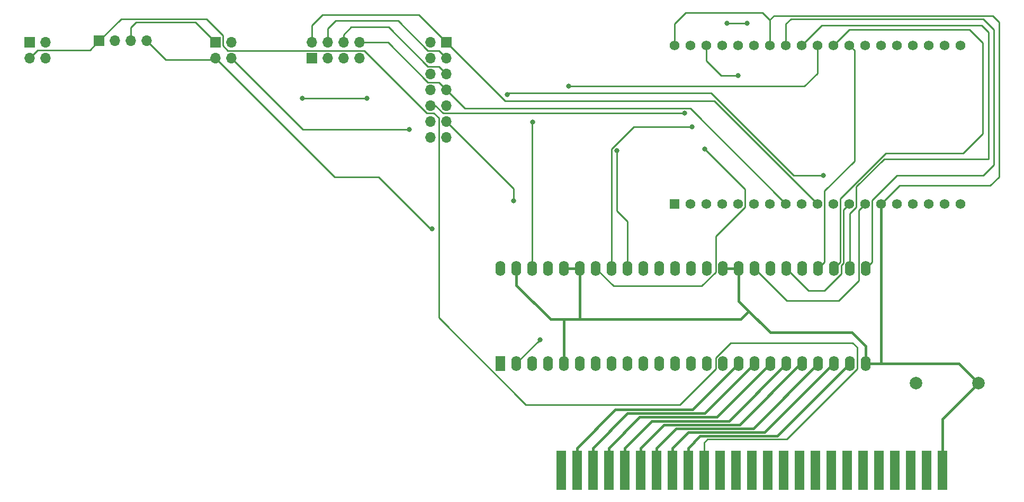
<source format=gbr>
G04 #@! TF.GenerationSoftware,KiCad,Pcbnew,5.1.10-88a1d61d58~88~ubuntu18.04.1*
G04 #@! TF.CreationDate,2021-08-07T15:14:50-07:00*
G04 #@! TF.ProjectId,apple2idiot_new,6170706c-6532-4696-9469-6f745f6e6577,1.1*
G04 #@! TF.SameCoordinates,Original*
G04 #@! TF.FileFunction,Copper,L2,Bot*
G04 #@! TF.FilePolarity,Positive*
%FSLAX46Y46*%
G04 Gerber Fmt 4.6, Leading zero omitted, Abs format (unit mm)*
G04 Created by KiCad (PCBNEW 5.1.10-88a1d61d58~88~ubuntu18.04.1) date 2021-08-07 15:14:50*
%MOMM*%
%LPD*%
G01*
G04 APERTURE LIST*
G04 #@! TA.AperFunction,ComponentPad*
%ADD10C,1.560000*%
G04 #@! TD*
G04 #@! TA.AperFunction,ComponentPad*
%ADD11R,1.560000X1.560000*%
G04 #@! TD*
G04 #@! TA.AperFunction,ComponentPad*
%ADD12O,1.600000X2.400000*%
G04 #@! TD*
G04 #@! TA.AperFunction,ComponentPad*
%ADD13R,1.600000X2.400000*%
G04 #@! TD*
G04 #@! TA.AperFunction,ComponentPad*
%ADD14O,1.700000X1.700000*%
G04 #@! TD*
G04 #@! TA.AperFunction,ComponentPad*
%ADD15R,1.700000X1.700000*%
G04 #@! TD*
G04 #@! TA.AperFunction,SMDPad,CuDef*
%ADD16R,1.524000X6.350000*%
G04 #@! TD*
G04 #@! TA.AperFunction,ComponentPad*
%ADD17C,2.000000*%
G04 #@! TD*
G04 #@! TA.AperFunction,ViaPad*
%ADD18C,0.800000*%
G04 #@! TD*
G04 #@! TA.AperFunction,Conductor*
%ADD19C,0.400000*%
G04 #@! TD*
G04 #@! TA.AperFunction,Conductor*
%ADD20C,0.250000*%
G04 #@! TD*
G04 #@! TA.AperFunction,Conductor*
%ADD21C,0.249936*%
G04 #@! TD*
G04 APERTURE END LIST*
D10*
X234160000Y-60400000D03*
X231620000Y-60400000D03*
X229080000Y-60400000D03*
X226540000Y-60400000D03*
X224000000Y-60400000D03*
X221460000Y-60400000D03*
X218920000Y-60400000D03*
X216380000Y-60400000D03*
X213840000Y-60400000D03*
X211300000Y-60400000D03*
X208760000Y-60400000D03*
X206220000Y-60400000D03*
X203680000Y-60400000D03*
X201140000Y-60400000D03*
X198600000Y-60400000D03*
X196060000Y-60400000D03*
X193520000Y-60400000D03*
X190980000Y-60400000D03*
X188440000Y-60400000D03*
X231620000Y-85800000D03*
X229080000Y-85800000D03*
X226540000Y-85800000D03*
X224000000Y-85800000D03*
X221460000Y-85800000D03*
X218920000Y-85800000D03*
X216380000Y-85800000D03*
X213840000Y-85800000D03*
X211300000Y-85800000D03*
X208760000Y-85800000D03*
X206220000Y-85800000D03*
X203680000Y-85800000D03*
X201140000Y-85800000D03*
X198600000Y-85800000D03*
X196060000Y-85800000D03*
X193520000Y-85800000D03*
X234160000Y-85800000D03*
X190980000Y-85800000D03*
D11*
X188440000Y-85800000D03*
D12*
X160600000Y-96160000D03*
X219020000Y-111400000D03*
X163140000Y-96160000D03*
X216480000Y-111400000D03*
X165680000Y-96160000D03*
X213940000Y-111400000D03*
X168220000Y-96160000D03*
X211400000Y-111400000D03*
X170760000Y-96160000D03*
X208860000Y-111400000D03*
X173300000Y-96160000D03*
X206320000Y-111400000D03*
X175840000Y-96160000D03*
X203780000Y-111400000D03*
X178380000Y-96160000D03*
X201240000Y-111400000D03*
X180920000Y-96160000D03*
X198700000Y-111400000D03*
X183460000Y-96160000D03*
X196160000Y-111400000D03*
X186000000Y-96160000D03*
X193620000Y-111400000D03*
X188540000Y-96160000D03*
X191080000Y-111400000D03*
X191080000Y-96160000D03*
X188540000Y-111400000D03*
X193620000Y-96160000D03*
X186000000Y-111400000D03*
X196160000Y-96160000D03*
X183460000Y-111400000D03*
X198700000Y-96160000D03*
X180920000Y-111400000D03*
X201240000Y-96160000D03*
X178380000Y-111400000D03*
X203780000Y-96160000D03*
X175840000Y-111400000D03*
X206320000Y-96160000D03*
X173300000Y-111400000D03*
X208860000Y-96160000D03*
X170760000Y-111400000D03*
X211400000Y-96160000D03*
X168220000Y-111400000D03*
X213940000Y-96160000D03*
X165680000Y-111400000D03*
X216480000Y-96160000D03*
X163140000Y-111400000D03*
X219020000Y-96160000D03*
D13*
X160600000Y-111400000D03*
D14*
X149360000Y-75140000D03*
X151900000Y-75140000D03*
X149360000Y-72600000D03*
X151900000Y-72600000D03*
X149360000Y-70060000D03*
X151900000Y-70060000D03*
X149360000Y-67520000D03*
X151900000Y-67520000D03*
X149360000Y-64980000D03*
X151900000Y-64980000D03*
X149360000Y-62440000D03*
X151900000Y-62440000D03*
X149360000Y-59900000D03*
D15*
X151900000Y-59900000D03*
D14*
X138020000Y-59960000D03*
X138020000Y-62500000D03*
X135480000Y-59960000D03*
X135480000Y-62500000D03*
X132940000Y-59960000D03*
X132940000Y-62500000D03*
X130400000Y-59960000D03*
D15*
X130400000Y-62500000D03*
D14*
X117540000Y-62440000D03*
X115000000Y-62440000D03*
X117540000Y-59900000D03*
D15*
X115000000Y-59900000D03*
D14*
X104020000Y-59700000D03*
X101480000Y-59700000D03*
X98940000Y-59700000D03*
D15*
X96400000Y-59700000D03*
D14*
X87840000Y-62440000D03*
X85300000Y-62440000D03*
X87840000Y-59900000D03*
D15*
X85300000Y-59900000D03*
D16*
X231230000Y-128500000D03*
X228690000Y-128500000D03*
X226150000Y-128500000D03*
X223610000Y-128500000D03*
X221070000Y-128500000D03*
X218530000Y-128500000D03*
X215990000Y-128500000D03*
X213450000Y-128500000D03*
X210910000Y-128500000D03*
X208370000Y-128500000D03*
X205830000Y-128500000D03*
X203290000Y-128500000D03*
X200750000Y-128500000D03*
X198210000Y-128500000D03*
X195670000Y-128500000D03*
X193130000Y-128500000D03*
X190590000Y-128500000D03*
X188050000Y-128500000D03*
X185510000Y-128500000D03*
X182970000Y-128500000D03*
X180430000Y-128500000D03*
X177890000Y-128500000D03*
X175350000Y-128500000D03*
X172810000Y-128500000D03*
X170270000Y-128500000D03*
D17*
X237000000Y-114500000D03*
X227000000Y-114500000D03*
D18*
X149600000Y-89800000D03*
X165700000Y-72700000D03*
X171500000Y-67000000D03*
X193200000Y-77000000D03*
X191200000Y-73500000D03*
X198600000Y-65300000D03*
X179200000Y-77300000D03*
X166900000Y-107600000D03*
X146000000Y-73900000D03*
X162700000Y-85300000D03*
X139215001Y-68884999D03*
X128884999Y-68884999D03*
X212200000Y-81300000D03*
X161700000Y-68300000D03*
X190000000Y-71300000D03*
X196800000Y-56900000D03*
X200000000Y-56900000D03*
D19*
X198700000Y-111400000D02*
X191300000Y-118800000D01*
X172810000Y-124925000D02*
X172810000Y-128500000D01*
X178935000Y-118800000D02*
X172810000Y-124925000D01*
X191300000Y-118800000D02*
X178935000Y-118800000D01*
X180874990Y-119400010D02*
X175350000Y-124925000D01*
X193239990Y-119400010D02*
X180874990Y-119400010D01*
X175350000Y-124925000D02*
X175350000Y-128500000D01*
X201240000Y-111400000D02*
X193239990Y-119400010D01*
X177890000Y-124925000D02*
X177890000Y-128500000D01*
X195179980Y-120000020D02*
X182814980Y-120000020D01*
X182814980Y-120000020D02*
X177890000Y-124925000D01*
X203780000Y-111400000D02*
X195179980Y-120000020D01*
X184754970Y-120600030D02*
X180430000Y-124925000D01*
X180430000Y-124925000D02*
X180430000Y-128500000D01*
X197119970Y-120600030D02*
X184754970Y-120600030D01*
X206320000Y-111400000D02*
X197119970Y-120600030D01*
X208860000Y-111400000D02*
X208600000Y-111400000D01*
X208600000Y-111400000D02*
X198799960Y-121200040D01*
X182970000Y-124925000D02*
X182970000Y-128500000D01*
X186694960Y-121200040D02*
X182970000Y-124925000D01*
X198799960Y-121200040D02*
X186694960Y-121200040D01*
X185510000Y-124925000D02*
X185510000Y-128500000D01*
X188634950Y-121800050D02*
X185510000Y-124925000D01*
X200999950Y-121800050D02*
X188634950Y-121800050D01*
X211400000Y-111400000D02*
X200999950Y-121800050D01*
X213940000Y-111400000D02*
X213800000Y-111400000D01*
X213800000Y-111400000D02*
X202799940Y-122400060D01*
X188050000Y-124925000D02*
X188050000Y-128500000D01*
X190574940Y-122400060D02*
X188050000Y-124925000D01*
X202799940Y-122400060D02*
X190574940Y-122400060D01*
X216480000Y-111400000D02*
X216400000Y-111400000D01*
X216400000Y-111400000D02*
X204799930Y-123000070D01*
X192514930Y-123000070D02*
X190590000Y-124925000D01*
X190590000Y-124925000D02*
X190590000Y-128500000D01*
X204799930Y-123000070D02*
X192514930Y-123000070D01*
X233900000Y-111400000D02*
X237000000Y-114500000D01*
X198700000Y-96160000D02*
X198700000Y-101400000D01*
X203700000Y-106400000D02*
X216800000Y-106400000D01*
X219020000Y-108620000D02*
X219020000Y-111400000D01*
X216800000Y-106400000D02*
X219020000Y-108620000D01*
X221460000Y-85800000D02*
X221460000Y-111360000D01*
X221460000Y-111360000D02*
X221500000Y-111400000D01*
X219020000Y-111400000D02*
X221500000Y-111400000D01*
X221500000Y-111400000D02*
X233900000Y-111400000D01*
X196160000Y-96160000D02*
X198700000Y-96160000D01*
X163140000Y-96160000D02*
X163140000Y-98840000D01*
X163140000Y-98840000D02*
X168600000Y-104300000D01*
X201600000Y-104300000D02*
X203700000Y-106400000D01*
X170760000Y-111400000D02*
X170760000Y-104460000D01*
X168600000Y-104300000D02*
X170600000Y-104300000D01*
X170760000Y-104460000D02*
X170600000Y-104300000D01*
X170760000Y-96160000D02*
X173300000Y-96160000D01*
X173300000Y-96160000D02*
X173300000Y-104200000D01*
X173300000Y-104200000D02*
X173400000Y-104300000D01*
X170600000Y-104300000D02*
X173400000Y-104300000D01*
X231230000Y-120270000D02*
X231230000Y-128500000D01*
X237000000Y-114500000D02*
X231230000Y-120270000D01*
D20*
X188440000Y-60400000D02*
X188440000Y-56960000D01*
X188440000Y-56960000D02*
X190200000Y-55200000D01*
X190200000Y-55200000D02*
X202500000Y-55200000D01*
X203680000Y-56380000D02*
X203680000Y-60400000D01*
X202500000Y-55200000D02*
X203680000Y-56380000D01*
X203680000Y-56380000D02*
X203680000Y-56320000D01*
X203680000Y-56320000D02*
X204300000Y-55700000D01*
X204300000Y-55700000D02*
X239300000Y-55700000D01*
X239300000Y-55700000D02*
X240300000Y-56700000D01*
X240300000Y-56700000D02*
X240300000Y-81500000D01*
X240300000Y-81500000D02*
X238900000Y-82900000D01*
X224360000Y-82900000D02*
X221460000Y-85800000D01*
X238900000Y-82900000D02*
X224360000Y-82900000D01*
D19*
X199000000Y-104300000D02*
X200300000Y-103000000D01*
X195400000Y-104300000D02*
X199000000Y-104300000D01*
X200300000Y-103000000D02*
X203700000Y-106400000D01*
X198700000Y-101400000D02*
X200300000Y-103000000D01*
X173400000Y-104300000D02*
X195400000Y-104300000D01*
D21*
X104020000Y-59700000D02*
X107020000Y-62700000D01*
D19*
X114740000Y-62700000D02*
X115000000Y-62440000D01*
D21*
X107020000Y-62700000D02*
X114740000Y-62700000D01*
D20*
X115000000Y-62440000D02*
X134060000Y-81500000D01*
X134060000Y-81500000D02*
X141100000Y-81500000D01*
X141100000Y-81500000D02*
X149400000Y-89800000D01*
X149400000Y-89800000D02*
X149600000Y-89800000D01*
X165680000Y-96160000D02*
X165680000Y-72720000D01*
X165680000Y-72720000D02*
X165700000Y-72700000D01*
X171500000Y-67000000D02*
X209200000Y-67000000D01*
X211300000Y-64900000D02*
X211300000Y-60400000D01*
X209200000Y-67000000D02*
X211300000Y-64900000D01*
X175840000Y-96160000D02*
X178680000Y-99000000D01*
X199705001Y-86330401D02*
X199705001Y-83505001D01*
X195034990Y-91000412D02*
X199705001Y-86330401D01*
X195034990Y-96736014D02*
X195034990Y-91000412D01*
X178680000Y-99000000D02*
X192771004Y-99000000D01*
X192771004Y-99000000D02*
X195034990Y-96736014D01*
X199705001Y-83505001D02*
X193200000Y-77000000D01*
X178380000Y-77046998D02*
X181926998Y-73500000D01*
X178380000Y-96160000D02*
X178380000Y-77046998D01*
X181926998Y-73500000D02*
X191200000Y-73500000D01*
X198600000Y-65300000D02*
X195900000Y-65300000D01*
X193520000Y-62920000D02*
X193520000Y-60400000D01*
X195900000Y-65300000D02*
X193520000Y-62920000D01*
X179200000Y-77300000D02*
X179200000Y-86900000D01*
X180920000Y-88620000D02*
X180920000Y-96160000D01*
X179200000Y-86900000D02*
X180920000Y-88620000D01*
X217894990Y-86825010D02*
X217894990Y-98105010D01*
X218920000Y-85800000D02*
X217894990Y-86825010D01*
X217894990Y-98105010D02*
X214700000Y-101300000D01*
X206380000Y-101300000D02*
X201240000Y-96160000D01*
X214700000Y-101300000D02*
X206380000Y-101300000D01*
X215065010Y-95671400D02*
X215065010Y-97025994D01*
X215065010Y-97025994D02*
X212391004Y-99700000D01*
X215395010Y-95341400D02*
X215065010Y-95671400D01*
X216380000Y-85800000D02*
X215395010Y-86784990D01*
X215395010Y-86784990D02*
X215395010Y-95341400D01*
X209860000Y-99700000D02*
X206320000Y-96160000D01*
X212391004Y-99700000D02*
X209860000Y-99700000D01*
X212405001Y-95154999D02*
X211400000Y-96160000D01*
X212405001Y-83694999D02*
X212405001Y-95154999D01*
X217159999Y-78940001D02*
X212405001Y-83694999D01*
X217159999Y-61179999D02*
X217159999Y-78940001D01*
X216380000Y-60400000D02*
X217159999Y-61179999D01*
X213840000Y-60400000D02*
X216340000Y-57900000D01*
X216340000Y-57900000D02*
X235600000Y-57900000D01*
X235600000Y-57900000D02*
X237700000Y-60000000D01*
X237700000Y-60000000D02*
X237700000Y-74600000D01*
X237700000Y-74600000D02*
X234600000Y-77700000D01*
X214945001Y-95154999D02*
X213940000Y-96160000D01*
X214945001Y-84963187D02*
X214945001Y-95154999D01*
X222208188Y-77700000D02*
X214945001Y-84963187D01*
X234600000Y-77700000D02*
X222208188Y-77700000D01*
X208760000Y-60400000D02*
X211960000Y-57200000D01*
X237500000Y-57200000D02*
X238600000Y-58300000D01*
X211960000Y-57200000D02*
X237500000Y-57200000D01*
X238600000Y-58300000D02*
X238600000Y-78600000D01*
X216480000Y-87335402D02*
X216480000Y-96160000D01*
X217485001Y-86330401D02*
X216480000Y-87335402D01*
X217485001Y-83059597D02*
X217485001Y-86330401D01*
X221944598Y-78600000D02*
X217485001Y-83059597D01*
X238600000Y-78600000D02*
X221944598Y-78600000D01*
X224000000Y-81300000D02*
X220025001Y-85274999D01*
X237800000Y-81300000D02*
X224000000Y-81300000D01*
X220025001Y-85274999D02*
X220025001Y-95154999D01*
X206220000Y-56980000D02*
X207000000Y-56200000D01*
X206220000Y-60400000D02*
X206220000Y-56980000D01*
X207000000Y-56200000D02*
X237800000Y-56200000D01*
X239500000Y-57900000D02*
X239500000Y-79600000D01*
X237800000Y-56200000D02*
X239500000Y-57900000D01*
X220025001Y-95154999D02*
X219020000Y-96160000D01*
X239500000Y-79600000D02*
X237800000Y-81300000D01*
D21*
X94910001Y-61189999D02*
X96400000Y-59700000D01*
X86550001Y-61189999D02*
X94910001Y-61189999D01*
X85300000Y-62440000D02*
X86550001Y-61189999D01*
D20*
X113559993Y-56174991D02*
X99925009Y-56174991D01*
X116175001Y-58789999D02*
X113559993Y-56174991D01*
X164647200Y-118000000D02*
X150724999Y-104077799D01*
X206345924Y-123525080D02*
X217605010Y-112265994D01*
X193130000Y-128500000D02*
X193130000Y-124070000D01*
X116175001Y-60464001D02*
X116175001Y-58789999D01*
X149924001Y-71235001D02*
X148795999Y-71235001D01*
X138825997Y-61264999D02*
X116975999Y-61264999D01*
X216900000Y-108100000D02*
X197400000Y-108100000D01*
X193674920Y-123525080D02*
X206345924Y-123525080D01*
X150724999Y-72035999D02*
X149924001Y-71235001D01*
X116975999Y-61264999D02*
X116175001Y-60464001D01*
X197400000Y-108100000D02*
X195034990Y-110465010D01*
X217605010Y-112265994D02*
X217605010Y-108805010D01*
X195034990Y-110465010D02*
X195034990Y-112265994D01*
X195034990Y-112265994D02*
X189300984Y-118000000D01*
X189300984Y-118000000D02*
X164647200Y-118000000D01*
X150724999Y-104077799D02*
X150724999Y-72035999D01*
X99925009Y-56174991D02*
X96400000Y-59700000D01*
X217605010Y-108805010D02*
X216900000Y-108100000D01*
X193130000Y-124070000D02*
X193674920Y-123525080D01*
X148795999Y-71235001D02*
X138825997Y-61264999D01*
X163140000Y-111400000D02*
X163140000Y-111360000D01*
X163140000Y-111360000D02*
X166900000Y-107600000D01*
D21*
X101480000Y-59700000D02*
X101480000Y-57520000D01*
X101480000Y-57520000D02*
X102300000Y-56700000D01*
X111800000Y-56700000D02*
X115000000Y-59900000D01*
X102300000Y-56700000D02*
X111800000Y-56700000D01*
D20*
X117540000Y-62440000D02*
X126200000Y-71100000D01*
X126200000Y-71100000D02*
X127200000Y-72100000D01*
X127200000Y-72100000D02*
X129000000Y-73900000D01*
X129000000Y-73900000D02*
X146000000Y-73900000D01*
X151900000Y-72600000D02*
X162700000Y-83400000D01*
X162700000Y-83400000D02*
X162700000Y-85300000D01*
X139215001Y-68884999D02*
X128884999Y-68884999D01*
X206220000Y-85800000D02*
X190920000Y-70500000D01*
X154880000Y-70500000D02*
X151900000Y-67520000D01*
X190920000Y-70500000D02*
X154880000Y-70500000D01*
X150724999Y-66344999D02*
X151900000Y-67520000D01*
X142600998Y-59960000D02*
X148985997Y-66344999D01*
X148985997Y-66344999D02*
X150724999Y-66344999D01*
X138020000Y-59960000D02*
X142600998Y-59960000D01*
X135480000Y-59960000D02*
X135480000Y-58720000D01*
X135480000Y-58720000D02*
X136700000Y-57500000D01*
X150724999Y-63804999D02*
X151900000Y-64980000D01*
X148985997Y-63804999D02*
X150724999Y-63804999D01*
X142680998Y-57500000D02*
X148985997Y-63804999D01*
X136700000Y-57500000D02*
X142680998Y-57500000D01*
X207436410Y-81300000D02*
X194236410Y-68100000D01*
X212200000Y-81300000D02*
X207436410Y-81300000D01*
X194236410Y-68100000D02*
X161900000Y-68100000D01*
X161900000Y-68100000D02*
X161700000Y-68300000D01*
X132940000Y-59960000D02*
X132940000Y-57760000D01*
X132940000Y-57760000D02*
X134200000Y-56500000D01*
X150724999Y-61264999D02*
X151900000Y-62440000D01*
X148985997Y-61264999D02*
X150724999Y-61264999D01*
X144220998Y-56500000D02*
X148985997Y-61264999D01*
X134200000Y-56500000D02*
X144220998Y-56500000D01*
X211300000Y-85800000D02*
X194800000Y-69300000D01*
X161300000Y-69300000D02*
X151900000Y-59900000D01*
X194800000Y-69300000D02*
X161300000Y-69300000D01*
X130400000Y-59960000D02*
X130400000Y-57200000D01*
X130400000Y-57200000D02*
X132100000Y-55500000D01*
X147500000Y-55500000D02*
X151900000Y-59900000D01*
X132100000Y-55500000D02*
X147500000Y-55500000D01*
X151400998Y-71300000D02*
X190000000Y-71300000D01*
X149360000Y-70060000D02*
X150160998Y-70060000D01*
X150160998Y-70060000D02*
X151400998Y-71300000D01*
X196800000Y-56900000D02*
X200000000Y-56900000D01*
M02*

</source>
